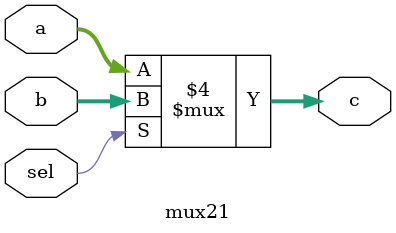
<source format=sv>
module mux21 #(parameter N=4)(input [N-1:0] a,b, output logic [N-1:0] c, input sel);


	always_comb begin
		if(!sel) c=a;
		else c=b;
	end
	
endmodule 
</source>
